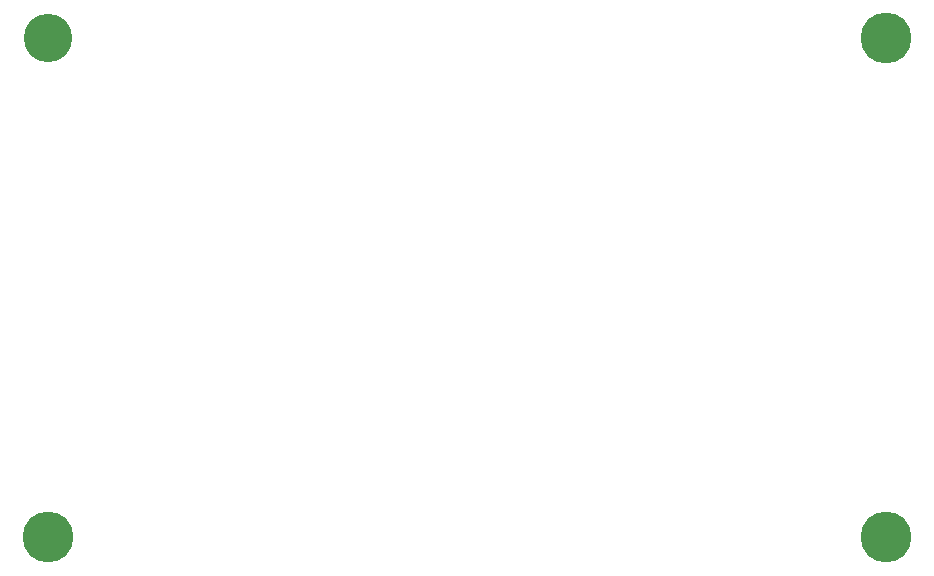
<source format=gbr>
G04 #@! TF.FileFunction,Soldermask,Bot*
%FSLAX46Y46*%
G04 Gerber Fmt 4.6, Leading zero omitted, Abs format (unit mm)*
G04 Created by KiCad (PCBNEW no-vcs-found-product) date Fri Nov  4 22:39:12 2016*
%MOMM*%
%LPD*%
G01*
G04 APERTURE LIST*
%ADD10C,0.100000*%
%ADD11C,4.300000*%
%ADD12C,4.100000*%
G04 APERTURE END LIST*
D10*
D11*
X125800000Y-104800000D03*
X125800000Y-147000000D03*
D12*
X54800000Y-104800000D03*
D11*
X54800000Y-147000000D03*
M02*

</source>
